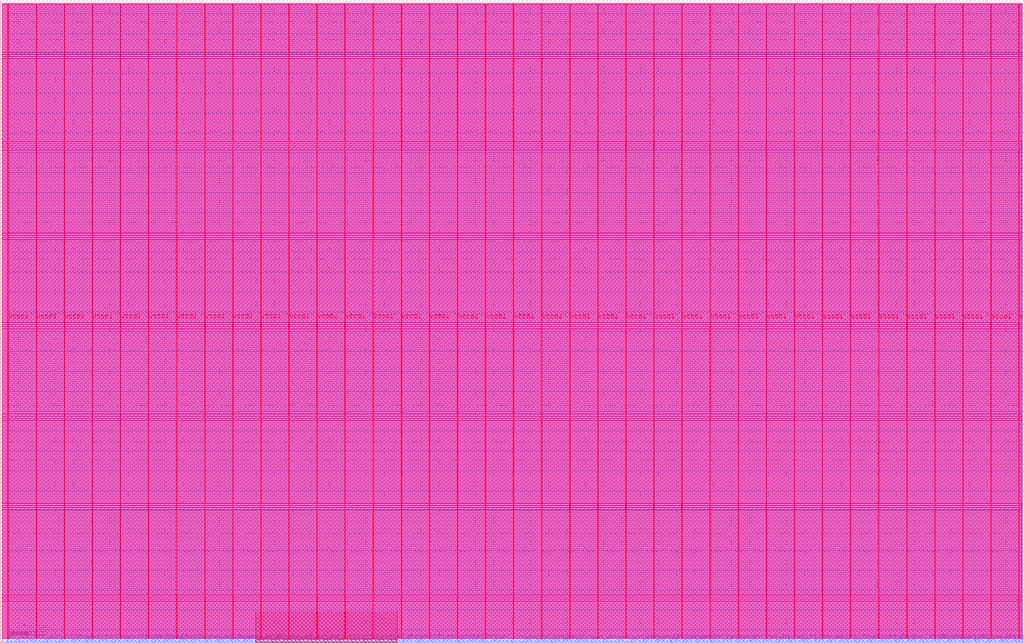
<source format=lef>
VERSION 5.7 ;
  NOWIREEXTENSIONATPIN ON ;
  DIVIDERCHAR "/" ;
  BUSBITCHARS "[]" ;
MACRO user_proj_mul32
  CLASS BLOCK ;
  FOREIGN user_proj_mul32 ;
  ORIGIN 0.000 0.000 ;
  SIZE 2800.000 BY 1760.000 ;
  PIN irq[0]
    PORT
      LAYER met2 ;
        RECT 1254.510 0.000 1254.790 4.000 ;
    END
  END irq[0]
  PIN irq[1]
    PORT
      LAYER met2 ;
        RECT 1290.850 0.000 1291.130 4.000 ;
    END
  END irq[1]
  PIN irq[2]
    PORT
      LAYER met2 ;
        RECT 1327.190 0.000 1327.470 4.000 ;
    END
  END irq[2]
  PIN vccd1
    PORT
      LAYER met4 ;
        RECT 21.040 10.640 22.640 1749.200 ;
    END
    PORT
      LAYER met4 ;
        RECT 174.640 10.640 176.240 1749.200 ;
    END
    PORT
      LAYER met4 ;
        RECT 328.240 10.640 329.840 1749.200 ;
    END
    PORT
      LAYER met4 ;
        RECT 481.840 10.640 483.440 1749.200 ;
    END
    PORT
      LAYER met4 ;
        RECT 635.440 10.640 637.040 1749.200 ;
    END
    PORT
      LAYER met4 ;
        RECT 789.040 10.640 790.640 1749.200 ;
    END
    PORT
      LAYER met4 ;
        RECT 942.640 10.640 944.240 1749.200 ;
    END
    PORT
      LAYER met4 ;
        RECT 1096.240 10.640 1097.840 1749.200 ;
    END
    PORT
      LAYER met4 ;
        RECT 1249.840 10.640 1251.440 1749.200 ;
    END
    PORT
      LAYER met4 ;
        RECT 1403.440 10.640 1405.040 1749.200 ;
    END
    PORT
      LAYER met4 ;
        RECT 1557.040 10.640 1558.640 1749.200 ;
    END
    PORT
      LAYER met4 ;
        RECT 1710.640 10.640 1712.240 1749.200 ;
    END
    PORT
      LAYER met4 ;
        RECT 1864.240 10.640 1865.840 1749.200 ;
    END
    PORT
      LAYER met4 ;
        RECT 2017.840 10.640 2019.440 1749.200 ;
    END
    PORT
      LAYER met4 ;
        RECT 2171.440 10.640 2173.040 1749.200 ;
    END
    PORT
      LAYER met4 ;
        RECT 2325.040 10.640 2326.640 1749.200 ;
    END
    PORT
      LAYER met4 ;
        RECT 2478.640 10.640 2480.240 1749.200 ;
    END
    PORT
      LAYER met4 ;
        RECT 2632.240 10.640 2633.840 1749.200 ;
    END
    PORT
      LAYER met4 ;
        RECT 2785.840 10.640 2787.440 1749.200 ;
    END
  END vccd1
  PIN vssd1
    PORT
      LAYER met4 ;
        RECT 97.840 10.640 99.440 1749.200 ;
    END
    PORT
      LAYER met4 ;
        RECT 251.440 10.640 253.040 1749.200 ;
    END
    PORT
      LAYER met4 ;
        RECT 405.040 10.640 406.640 1749.200 ;
    END
    PORT
      LAYER met4 ;
        RECT 558.640 10.640 560.240 1749.200 ;
    END
    PORT
      LAYER met4 ;
        RECT 712.240 10.640 713.840 1749.200 ;
    END
    PORT
      LAYER met4 ;
        RECT 865.840 10.640 867.440 1749.200 ;
    END
    PORT
      LAYER met4 ;
        RECT 1019.440 10.640 1021.040 1749.200 ;
    END
    PORT
      LAYER met4 ;
        RECT 1173.040 10.640 1174.640 1749.200 ;
    END
    PORT
      LAYER met4 ;
        RECT 1326.640 10.640 1328.240 1749.200 ;
    END
    PORT
      LAYER met4 ;
        RECT 1480.240 10.640 1481.840 1749.200 ;
    END
    PORT
      LAYER met4 ;
        RECT 1633.840 10.640 1635.440 1749.200 ;
    END
    PORT
      LAYER met4 ;
        RECT 1787.440 10.640 1789.040 1749.200 ;
    END
    PORT
      LAYER met4 ;
        RECT 1941.040 10.640 1942.640 1749.200 ;
    END
    PORT
      LAYER met4 ;
        RECT 2094.640 10.640 2096.240 1749.200 ;
    END
    PORT
      LAYER met4 ;
        RECT 2248.240 10.640 2249.840 1749.200 ;
    END
    PORT
      LAYER met4 ;
        RECT 2401.840 10.640 2403.440 1749.200 ;
    END
    PORT
      LAYER met4 ;
        RECT 2555.440 10.640 2557.040 1749.200 ;
    END
    PORT
      LAYER met4 ;
        RECT 2709.040 10.640 2710.640 1749.200 ;
    END
  END vssd1
  PIN wb_clk_i
    PORT
      LAYER met2 ;
        RECT 18.950 0.000 19.230 4.000 ;
    END
  END wb_clk_i
  PIN wb_rst_i
    PORT
      LAYER met2 ;
        RECT 55.290 0.000 55.570 4.000 ;
    END
  END wb_rst_i
  PIN wbs_ack_o
    PORT
      LAYER met2 ;
        RECT 1617.910 0.000 1618.190 4.000 ;
    END
  END wbs_ack_o
  PIN wbs_adr_i[0]
    PORT
      LAYER met2 ;
        RECT 1654.250 0.000 1654.530 4.000 ;
    END
  END wbs_adr_i[0]
  PIN wbs_adr_i[10]
    PORT
      LAYER met2 ;
        RECT 2017.650 0.000 2017.930 4.000 ;
    END
  END wbs_adr_i[10]
  PIN wbs_adr_i[11]
    PORT
      LAYER met2 ;
        RECT 2053.990 0.000 2054.270 4.000 ;
    END
  END wbs_adr_i[11]
  PIN wbs_adr_i[12]
    PORT
      LAYER met2 ;
        RECT 2090.330 0.000 2090.610 4.000 ;
    END
  END wbs_adr_i[12]
  PIN wbs_adr_i[13]
    PORT
      LAYER met2 ;
        RECT 2126.670 0.000 2126.950 4.000 ;
    END
  END wbs_adr_i[13]
  PIN wbs_adr_i[14]
    PORT
      LAYER met2 ;
        RECT 2163.010 0.000 2163.290 4.000 ;
    END
  END wbs_adr_i[14]
  PIN wbs_adr_i[15]
    PORT
      LAYER met2 ;
        RECT 2199.350 0.000 2199.630 4.000 ;
    END
  END wbs_adr_i[15]
  PIN wbs_adr_i[16]
    PORT
      LAYER met2 ;
        RECT 2235.690 0.000 2235.970 4.000 ;
    END
  END wbs_adr_i[16]
  PIN wbs_adr_i[17]
    PORT
      LAYER met2 ;
        RECT 2272.030 0.000 2272.310 4.000 ;
    END
  END wbs_adr_i[17]
  PIN wbs_adr_i[18]
    PORT
      LAYER met2 ;
        RECT 2308.370 0.000 2308.650 4.000 ;
    END
  END wbs_adr_i[18]
  PIN wbs_adr_i[19]
    PORT
      LAYER met2 ;
        RECT 2344.710 0.000 2344.990 4.000 ;
    END
  END wbs_adr_i[19]
  PIN wbs_adr_i[1]
    PORT
      LAYER met2 ;
        RECT 1690.590 0.000 1690.870 4.000 ;
    END
  END wbs_adr_i[1]
  PIN wbs_adr_i[20]
    PORT
      LAYER met2 ;
        RECT 2381.050 0.000 2381.330 4.000 ;
    END
  END wbs_adr_i[20]
  PIN wbs_adr_i[21]
    PORT
      LAYER met2 ;
        RECT 2417.390 0.000 2417.670 4.000 ;
    END
  END wbs_adr_i[21]
  PIN wbs_adr_i[22]
    PORT
      LAYER met2 ;
        RECT 2453.730 0.000 2454.010 4.000 ;
    END
  END wbs_adr_i[22]
  PIN wbs_adr_i[23]
    PORT
      LAYER met2 ;
        RECT 2490.070 0.000 2490.350 4.000 ;
    END
  END wbs_adr_i[23]
  PIN wbs_adr_i[24]
    PORT
      LAYER met2 ;
        RECT 2526.410 0.000 2526.690 4.000 ;
    END
  END wbs_adr_i[24]
  PIN wbs_adr_i[25]
    PORT
      LAYER met2 ;
        RECT 2562.750 0.000 2563.030 4.000 ;
    END
  END wbs_adr_i[25]
  PIN wbs_adr_i[26]
    PORT
      LAYER met2 ;
        RECT 2599.090 0.000 2599.370 4.000 ;
    END
  END wbs_adr_i[26]
  PIN wbs_adr_i[27]
    PORT
      LAYER met2 ;
        RECT 2635.430 0.000 2635.710 4.000 ;
    END
  END wbs_adr_i[27]
  PIN wbs_adr_i[28]
    PORT
      LAYER met2 ;
        RECT 2671.770 0.000 2672.050 4.000 ;
    END
  END wbs_adr_i[28]
  PIN wbs_adr_i[29]
    PORT
      LAYER met2 ;
        RECT 2708.110 0.000 2708.390 4.000 ;
    END
  END wbs_adr_i[29]
  PIN wbs_adr_i[2]
    PORT
      LAYER met2 ;
        RECT 1726.930 0.000 1727.210 4.000 ;
    END
  END wbs_adr_i[2]
  PIN wbs_adr_i[30]
    PORT
      LAYER met2 ;
        RECT 2744.450 0.000 2744.730 4.000 ;
    END
  END wbs_adr_i[30]
  PIN wbs_adr_i[31]
    PORT
      LAYER met2 ;
        RECT 2780.790 0.000 2781.070 4.000 ;
    END
  END wbs_adr_i[31]
  PIN wbs_adr_i[3]
    PORT
      LAYER met2 ;
        RECT 1763.270 0.000 1763.550 4.000 ;
    END
  END wbs_adr_i[3]
  PIN wbs_adr_i[4]
    PORT
      LAYER met2 ;
        RECT 1799.610 0.000 1799.890 4.000 ;
    END
  END wbs_adr_i[4]
  PIN wbs_adr_i[5]
    PORT
      LAYER met2 ;
        RECT 1835.950 0.000 1836.230 4.000 ;
    END
  END wbs_adr_i[5]
  PIN wbs_adr_i[6]
    PORT
      LAYER met2 ;
        RECT 1872.290 0.000 1872.570 4.000 ;
    END
  END wbs_adr_i[6]
  PIN wbs_adr_i[7]
    PORT
      LAYER met2 ;
        RECT 1908.630 0.000 1908.910 4.000 ;
    END
  END wbs_adr_i[7]
  PIN wbs_adr_i[8]
    PORT
      LAYER met2 ;
        RECT 1944.970 0.000 1945.250 4.000 ;
    END
  END wbs_adr_i[8]
  PIN wbs_adr_i[9]
    PORT
      LAYER met2 ;
        RECT 1981.310 0.000 1981.590 4.000 ;
    END
  END wbs_adr_i[9]
  PIN wbs_cyc_i
    PORT
      LAYER met2 ;
        RECT 1545.230 0.000 1545.510 4.000 ;
    END
  END wbs_cyc_i
  PIN wbs_dat_i[0]
    PORT
      LAYER met3 ;
        RECT 2796.000 35.400 2800.000 36.000 ;
    END
  END wbs_dat_i[0]
  PIN wbs_dat_i[10]
    PORT
      LAYER met3 ;
        RECT 2796.000 579.400 2800.000 580.000 ;
    END
  END wbs_dat_i[10]
  PIN wbs_dat_i[11]
    PORT
      LAYER met3 ;
        RECT 2796.000 633.800 2800.000 634.400 ;
    END
  END wbs_dat_i[11]
  PIN wbs_dat_i[12]
    PORT
      LAYER met3 ;
        RECT 2796.000 688.200 2800.000 688.800 ;
    END
  END wbs_dat_i[12]
  PIN wbs_dat_i[13]
    PORT
      LAYER met3 ;
        RECT 2796.000 742.600 2800.000 743.200 ;
    END
  END wbs_dat_i[13]
  PIN wbs_dat_i[14]
    PORT
      LAYER met3 ;
        RECT 2796.000 797.000 2800.000 797.600 ;
    END
  END wbs_dat_i[14]
  PIN wbs_dat_i[15]
    PORT
      LAYER met3 ;
        RECT 2796.000 851.400 2800.000 852.000 ;
    END
  END wbs_dat_i[15]
  PIN wbs_dat_i[16]
    PORT
      LAYER met3 ;
        RECT 2796.000 905.800 2800.000 906.400 ;
    END
  END wbs_dat_i[16]
  PIN wbs_dat_i[17]
    PORT
      LAYER met3 ;
        RECT 2796.000 960.200 2800.000 960.800 ;
    END
  END wbs_dat_i[17]
  PIN wbs_dat_i[18]
    PORT
      LAYER met3 ;
        RECT 2796.000 1014.600 2800.000 1015.200 ;
    END
  END wbs_dat_i[18]
  PIN wbs_dat_i[19]
    PORT
      LAYER met3 ;
        RECT 2796.000 1069.000 2800.000 1069.600 ;
    END
  END wbs_dat_i[19]
  PIN wbs_dat_i[1]
    PORT
      LAYER met3 ;
        RECT 2796.000 89.800 2800.000 90.400 ;
    END
  END wbs_dat_i[1]
  PIN wbs_dat_i[20]
    PORT
      LAYER met3 ;
        RECT 2796.000 1123.400 2800.000 1124.000 ;
    END
  END wbs_dat_i[20]
  PIN wbs_dat_i[21]
    PORT
      LAYER met3 ;
        RECT 2796.000 1177.800 2800.000 1178.400 ;
    END
  END wbs_dat_i[21]
  PIN wbs_dat_i[22]
    PORT
      LAYER met3 ;
        RECT 2796.000 1232.200 2800.000 1232.800 ;
    END
  END wbs_dat_i[22]
  PIN wbs_dat_i[23]
    PORT
      LAYER met3 ;
        RECT 2796.000 1286.600 2800.000 1287.200 ;
    END
  END wbs_dat_i[23]
  PIN wbs_dat_i[24]
    PORT
      LAYER met3 ;
        RECT 2796.000 1341.000 2800.000 1341.600 ;
    END
  END wbs_dat_i[24]
  PIN wbs_dat_i[25]
    PORT
      LAYER met3 ;
        RECT 2796.000 1395.400 2800.000 1396.000 ;
    END
  END wbs_dat_i[25]
  PIN wbs_dat_i[26]
    PORT
      LAYER met3 ;
        RECT 2796.000 1449.800 2800.000 1450.400 ;
    END
  END wbs_dat_i[26]
  PIN wbs_dat_i[27]
    PORT
      LAYER met3 ;
        RECT 2796.000 1504.200 2800.000 1504.800 ;
    END
  END wbs_dat_i[27]
  PIN wbs_dat_i[28]
    PORT
      LAYER met3 ;
        RECT 2796.000 1558.600 2800.000 1559.200 ;
    END
  END wbs_dat_i[28]
  PIN wbs_dat_i[29]
    PORT
      LAYER met3 ;
        RECT 2796.000 1613.000 2800.000 1613.600 ;
    END
  END wbs_dat_i[29]
  PIN wbs_dat_i[2]
    PORT
      LAYER met3 ;
        RECT 2796.000 144.200 2800.000 144.800 ;
    END
  END wbs_dat_i[2]
  PIN wbs_dat_i[30]
    PORT
      LAYER met3 ;
        RECT 2796.000 1667.400 2800.000 1668.000 ;
    END
  END wbs_dat_i[30]
  PIN wbs_dat_i[31]
    PORT
      LAYER met3 ;
        RECT 2796.000 1721.800 2800.000 1722.400 ;
    END
  END wbs_dat_i[31]
  PIN wbs_dat_i[3]
    PORT
      LAYER met3 ;
        RECT 2796.000 198.600 2800.000 199.200 ;
    END
  END wbs_dat_i[3]
  PIN wbs_dat_i[4]
    PORT
      LAYER met3 ;
        RECT 2796.000 253.000 2800.000 253.600 ;
    END
  END wbs_dat_i[4]
  PIN wbs_dat_i[5]
    PORT
      LAYER met3 ;
        RECT 2796.000 307.400 2800.000 308.000 ;
    END
  END wbs_dat_i[5]
  PIN wbs_dat_i[6]
    PORT
      LAYER met3 ;
        RECT 2796.000 361.800 2800.000 362.400 ;
    END
  END wbs_dat_i[6]
  PIN wbs_dat_i[7]
    PORT
      LAYER met3 ;
        RECT 2796.000 416.200 2800.000 416.800 ;
    END
  END wbs_dat_i[7]
  PIN wbs_dat_i[8]
    PORT
      LAYER met3 ;
        RECT 2796.000 470.600 2800.000 471.200 ;
    END
  END wbs_dat_i[8]
  PIN wbs_dat_i[9]
    PORT
      LAYER met3 ;
        RECT 2796.000 525.000 2800.000 525.600 ;
    END
  END wbs_dat_i[9]
  PIN wbs_dat_o[0]
    PORT
      LAYER met2 ;
        RECT 91.630 0.000 91.910 4.000 ;
    END
  END wbs_dat_o[0]
  PIN wbs_dat_o[10]
    PORT
      LAYER met2 ;
        RECT 455.030 0.000 455.310 4.000 ;
    END
  END wbs_dat_o[10]
  PIN wbs_dat_o[11]
    PORT
      LAYER met2 ;
        RECT 491.370 0.000 491.650 4.000 ;
    END
  END wbs_dat_o[11]
  PIN wbs_dat_o[12]
    PORT
      LAYER met2 ;
        RECT 527.710 0.000 527.990 4.000 ;
    END
  END wbs_dat_o[12]
  PIN wbs_dat_o[13]
    PORT
      LAYER met2 ;
        RECT 564.050 0.000 564.330 4.000 ;
    END
  END wbs_dat_o[13]
  PIN wbs_dat_o[14]
    PORT
      LAYER met2 ;
        RECT 600.390 0.000 600.670 4.000 ;
    END
  END wbs_dat_o[14]
  PIN wbs_dat_o[15]
    PORT
      LAYER met2 ;
        RECT 636.730 0.000 637.010 4.000 ;
    END
  END wbs_dat_o[15]
  PIN wbs_dat_o[16]
    PORT
      LAYER met2 ;
        RECT 673.070 0.000 673.350 4.000 ;
    END
  END wbs_dat_o[16]
  PIN wbs_dat_o[17]
    PORT
      LAYER met2 ;
        RECT 709.410 0.000 709.690 4.000 ;
    END
  END wbs_dat_o[17]
  PIN wbs_dat_o[18]
    PORT
      LAYER met2 ;
        RECT 745.750 0.000 746.030 4.000 ;
    END
  END wbs_dat_o[18]
  PIN wbs_dat_o[19]
    PORT
      LAYER met2 ;
        RECT 782.090 0.000 782.370 4.000 ;
    END
  END wbs_dat_o[19]
  PIN wbs_dat_o[1]
    PORT
      LAYER met2 ;
        RECT 127.970 0.000 128.250 4.000 ;
    END
  END wbs_dat_o[1]
  PIN wbs_dat_o[20]
    PORT
      LAYER met2 ;
        RECT 818.430 0.000 818.710 4.000 ;
    END
  END wbs_dat_o[20]
  PIN wbs_dat_o[21]
    PORT
      LAYER met2 ;
        RECT 854.770 0.000 855.050 4.000 ;
    END
  END wbs_dat_o[21]
  PIN wbs_dat_o[22]
    PORT
      LAYER met2 ;
        RECT 891.110 0.000 891.390 4.000 ;
    END
  END wbs_dat_o[22]
  PIN wbs_dat_o[23]
    PORT
      LAYER met2 ;
        RECT 927.450 0.000 927.730 4.000 ;
    END
  END wbs_dat_o[23]
  PIN wbs_dat_o[24]
    PORT
      LAYER met2 ;
        RECT 963.790 0.000 964.070 4.000 ;
    END
  END wbs_dat_o[24]
  PIN wbs_dat_o[25]
    PORT
      LAYER met2 ;
        RECT 1000.130 0.000 1000.410 4.000 ;
    END
  END wbs_dat_o[25]
  PIN wbs_dat_o[26]
    PORT
      LAYER met2 ;
        RECT 1036.470 0.000 1036.750 4.000 ;
    END
  END wbs_dat_o[26]
  PIN wbs_dat_o[27]
    PORT
      LAYER met2 ;
        RECT 1072.810 0.000 1073.090 4.000 ;
    END
  END wbs_dat_o[27]
  PIN wbs_dat_o[28]
    PORT
      LAYER met2 ;
        RECT 1109.150 0.000 1109.430 4.000 ;
    END
  END wbs_dat_o[28]
  PIN wbs_dat_o[29]
    PORT
      LAYER met2 ;
        RECT 1145.490 0.000 1145.770 4.000 ;
    END
  END wbs_dat_o[29]
  PIN wbs_dat_o[2]
    PORT
      LAYER met2 ;
        RECT 164.310 0.000 164.590 4.000 ;
    END
  END wbs_dat_o[2]
  PIN wbs_dat_o[30]
    PORT
      LAYER met2 ;
        RECT 1181.830 0.000 1182.110 4.000 ;
    END
  END wbs_dat_o[30]
  PIN wbs_dat_o[31]
    PORT
      LAYER met2 ;
        RECT 1218.170 0.000 1218.450 4.000 ;
    END
  END wbs_dat_o[31]
  PIN wbs_dat_o[3]
    PORT
      LAYER met2 ;
        RECT 200.650 0.000 200.930 4.000 ;
    END
  END wbs_dat_o[3]
  PIN wbs_dat_o[4]
    PORT
      LAYER met2 ;
        RECT 236.990 0.000 237.270 4.000 ;
    END
  END wbs_dat_o[4]
  PIN wbs_dat_o[5]
    PORT
      LAYER met2 ;
        RECT 273.330 0.000 273.610 4.000 ;
    END
  END wbs_dat_o[5]
  PIN wbs_dat_o[6]
    PORT
      LAYER met2 ;
        RECT 309.670 0.000 309.950 4.000 ;
    END
  END wbs_dat_o[6]
  PIN wbs_dat_o[7]
    PORT
      LAYER met2 ;
        RECT 346.010 0.000 346.290 4.000 ;
    END
  END wbs_dat_o[7]
  PIN wbs_dat_o[8]
    PORT
      LAYER met2 ;
        RECT 382.350 0.000 382.630 4.000 ;
    END
  END wbs_dat_o[8]
  PIN wbs_dat_o[9]
    PORT
      LAYER met2 ;
        RECT 418.690 0.000 418.970 4.000 ;
    END
  END wbs_dat_o[9]
  PIN wbs_sel_i[0]
    PORT
      LAYER met2 ;
        RECT 1363.530 0.000 1363.810 4.000 ;
    END
  END wbs_sel_i[0]
  PIN wbs_sel_i[1]
    PORT
      LAYER met2 ;
        RECT 1399.870 0.000 1400.150 4.000 ;
    END
  END wbs_sel_i[1]
  PIN wbs_sel_i[2]
    PORT
      LAYER met2 ;
        RECT 1436.210 0.000 1436.490 4.000 ;
    END
  END wbs_sel_i[2]
  PIN wbs_sel_i[3]
    PORT
      LAYER met2 ;
        RECT 1472.550 0.000 1472.830 4.000 ;
    END
  END wbs_sel_i[3]
  PIN wbs_stb_i
    PORT
      LAYER met2 ;
        RECT 1508.890 0.000 1509.170 4.000 ;
    END
  END wbs_stb_i
  PIN wbs_we_i
    PORT
      LAYER met2 ;
        RECT 1581.570 0.000 1581.850 4.000 ;
    END
  END wbs_we_i
  OBS
      LAYER nwell ;
        RECT 5.330 1747.545 2794.230 1749.150 ;
        RECT 5.330 1742.105 2794.230 1744.935 ;
        RECT 5.330 1736.665 2794.230 1739.495 ;
        RECT 5.330 1731.225 2794.230 1734.055 ;
        RECT 5.330 1725.785 2794.230 1728.615 ;
        RECT 5.330 1720.345 2794.230 1723.175 ;
        RECT 5.330 1714.905 2794.230 1717.735 ;
        RECT 5.330 1709.465 2794.230 1712.295 ;
        RECT 5.330 1704.025 2794.230 1706.855 ;
        RECT 5.330 1698.585 2794.230 1701.415 ;
        RECT 5.330 1693.145 2794.230 1695.975 ;
        RECT 5.330 1687.705 2794.230 1690.535 ;
        RECT 5.330 1682.265 2794.230 1685.095 ;
        RECT 5.330 1676.825 2794.230 1679.655 ;
        RECT 5.330 1671.385 2794.230 1674.215 ;
        RECT 5.330 1665.945 2794.230 1668.775 ;
        RECT 5.330 1660.505 2794.230 1663.335 ;
        RECT 5.330 1655.065 2794.230 1657.895 ;
        RECT 5.330 1649.625 2794.230 1652.455 ;
        RECT 5.330 1644.185 2794.230 1647.015 ;
        RECT 5.330 1638.745 2794.230 1641.575 ;
        RECT 5.330 1633.305 2794.230 1636.135 ;
        RECT 5.330 1627.865 2794.230 1630.695 ;
        RECT 5.330 1622.425 2794.230 1625.255 ;
        RECT 5.330 1616.985 2794.230 1619.815 ;
        RECT 5.330 1611.545 2794.230 1614.375 ;
        RECT 5.330 1606.105 2794.230 1608.935 ;
        RECT 5.330 1600.665 2794.230 1603.495 ;
        RECT 5.330 1595.225 2794.230 1598.055 ;
        RECT 5.330 1589.785 2794.230 1592.615 ;
        RECT 5.330 1584.345 2794.230 1587.175 ;
        RECT 5.330 1578.905 2794.230 1581.735 ;
        RECT 5.330 1573.465 2794.230 1576.295 ;
        RECT 5.330 1568.025 2794.230 1570.855 ;
        RECT 5.330 1562.585 2794.230 1565.415 ;
        RECT 5.330 1557.145 2794.230 1559.975 ;
        RECT 5.330 1551.705 2794.230 1554.535 ;
        RECT 5.330 1546.265 2794.230 1549.095 ;
        RECT 5.330 1540.825 2794.230 1543.655 ;
        RECT 5.330 1535.385 2794.230 1538.215 ;
        RECT 5.330 1529.945 2794.230 1532.775 ;
        RECT 5.330 1524.505 2794.230 1527.335 ;
        RECT 5.330 1519.065 2794.230 1521.895 ;
        RECT 5.330 1513.625 2794.230 1516.455 ;
        RECT 5.330 1508.185 2794.230 1511.015 ;
        RECT 5.330 1502.745 2794.230 1505.575 ;
        RECT 5.330 1497.305 2794.230 1500.135 ;
        RECT 5.330 1491.865 2794.230 1494.695 ;
        RECT 5.330 1486.425 2794.230 1489.255 ;
        RECT 5.330 1480.985 2794.230 1483.815 ;
        RECT 5.330 1475.545 2794.230 1478.375 ;
        RECT 5.330 1470.105 2794.230 1472.935 ;
        RECT 5.330 1464.665 2794.230 1467.495 ;
        RECT 5.330 1459.225 2794.230 1462.055 ;
        RECT 5.330 1453.785 2794.230 1456.615 ;
        RECT 5.330 1448.345 2794.230 1451.175 ;
        RECT 5.330 1442.905 2794.230 1445.735 ;
        RECT 5.330 1437.465 2794.230 1440.295 ;
        RECT 5.330 1432.025 2794.230 1434.855 ;
        RECT 5.330 1426.585 2794.230 1429.415 ;
        RECT 5.330 1421.145 2794.230 1423.975 ;
        RECT 5.330 1415.705 2794.230 1418.535 ;
        RECT 5.330 1410.265 2794.230 1413.095 ;
        RECT 5.330 1404.825 2794.230 1407.655 ;
        RECT 5.330 1399.385 2794.230 1402.215 ;
        RECT 5.330 1393.945 2794.230 1396.775 ;
        RECT 5.330 1388.505 2794.230 1391.335 ;
        RECT 5.330 1383.065 2794.230 1385.895 ;
        RECT 5.330 1377.625 2794.230 1380.455 ;
        RECT 5.330 1372.185 2794.230 1375.015 ;
        RECT 5.330 1366.745 2794.230 1369.575 ;
        RECT 5.330 1361.305 2794.230 1364.135 ;
        RECT 5.330 1355.865 2794.230 1358.695 ;
        RECT 5.330 1350.425 2794.230 1353.255 ;
        RECT 5.330 1344.985 2794.230 1347.815 ;
        RECT 5.330 1339.545 2794.230 1342.375 ;
        RECT 5.330 1334.105 2794.230 1336.935 ;
        RECT 5.330 1328.665 2794.230 1331.495 ;
        RECT 5.330 1323.225 2794.230 1326.055 ;
        RECT 5.330 1317.785 2794.230 1320.615 ;
        RECT 5.330 1312.345 2794.230 1315.175 ;
        RECT 5.330 1306.905 2794.230 1309.735 ;
        RECT 5.330 1301.465 2794.230 1304.295 ;
        RECT 5.330 1296.025 2794.230 1298.855 ;
        RECT 5.330 1290.585 2794.230 1293.415 ;
        RECT 5.330 1285.145 2794.230 1287.975 ;
        RECT 5.330 1279.705 2794.230 1282.535 ;
        RECT 5.330 1274.265 2794.230 1277.095 ;
        RECT 5.330 1268.825 2794.230 1271.655 ;
        RECT 5.330 1263.385 2794.230 1266.215 ;
        RECT 5.330 1257.945 2794.230 1260.775 ;
        RECT 5.330 1252.505 2794.230 1255.335 ;
        RECT 5.330 1247.065 2794.230 1249.895 ;
        RECT 5.330 1241.625 2794.230 1244.455 ;
        RECT 5.330 1236.185 2794.230 1239.015 ;
        RECT 5.330 1230.745 2794.230 1233.575 ;
        RECT 5.330 1225.305 2794.230 1228.135 ;
        RECT 5.330 1219.865 2794.230 1222.695 ;
        RECT 5.330 1214.425 2794.230 1217.255 ;
        RECT 5.330 1208.985 2794.230 1211.815 ;
        RECT 5.330 1203.545 2794.230 1206.375 ;
        RECT 5.330 1198.105 2794.230 1200.935 ;
        RECT 5.330 1192.665 2794.230 1195.495 ;
        RECT 5.330 1187.225 2794.230 1190.055 ;
        RECT 5.330 1181.785 2794.230 1184.615 ;
        RECT 5.330 1176.345 2794.230 1179.175 ;
        RECT 5.330 1170.905 2794.230 1173.735 ;
        RECT 5.330 1165.465 2794.230 1168.295 ;
        RECT 5.330 1160.025 2794.230 1162.855 ;
        RECT 5.330 1154.585 2794.230 1157.415 ;
        RECT 5.330 1149.145 2794.230 1151.975 ;
        RECT 5.330 1143.705 2794.230 1146.535 ;
        RECT 5.330 1138.265 2794.230 1141.095 ;
        RECT 5.330 1132.825 2794.230 1135.655 ;
        RECT 5.330 1127.385 2794.230 1130.215 ;
        RECT 5.330 1121.945 2794.230 1124.775 ;
        RECT 5.330 1116.505 2794.230 1119.335 ;
        RECT 5.330 1111.065 2794.230 1113.895 ;
        RECT 5.330 1105.625 2794.230 1108.455 ;
        RECT 5.330 1100.185 2794.230 1103.015 ;
        RECT 5.330 1094.745 2794.230 1097.575 ;
        RECT 5.330 1089.305 2794.230 1092.135 ;
        RECT 5.330 1083.865 2794.230 1086.695 ;
        RECT 5.330 1078.425 2794.230 1081.255 ;
        RECT 5.330 1072.985 2794.230 1075.815 ;
        RECT 5.330 1067.545 2794.230 1070.375 ;
        RECT 5.330 1062.105 2794.230 1064.935 ;
        RECT 5.330 1056.665 2794.230 1059.495 ;
        RECT 5.330 1051.225 2794.230 1054.055 ;
        RECT 5.330 1045.785 2794.230 1048.615 ;
        RECT 5.330 1040.345 2794.230 1043.175 ;
        RECT 5.330 1034.905 2794.230 1037.735 ;
        RECT 5.330 1029.465 2794.230 1032.295 ;
        RECT 5.330 1024.025 2794.230 1026.855 ;
        RECT 5.330 1018.585 2794.230 1021.415 ;
        RECT 5.330 1013.145 2794.230 1015.975 ;
        RECT 5.330 1007.705 2794.230 1010.535 ;
        RECT 5.330 1002.265 2794.230 1005.095 ;
        RECT 5.330 996.825 2794.230 999.655 ;
        RECT 5.330 991.385 2794.230 994.215 ;
        RECT 5.330 985.945 2794.230 988.775 ;
        RECT 5.330 980.505 2794.230 983.335 ;
        RECT 5.330 975.065 2794.230 977.895 ;
        RECT 5.330 969.625 2794.230 972.455 ;
        RECT 5.330 964.185 2794.230 967.015 ;
        RECT 5.330 958.745 2794.230 961.575 ;
        RECT 5.330 953.305 2794.230 956.135 ;
        RECT 5.330 947.865 2794.230 950.695 ;
        RECT 5.330 942.425 2794.230 945.255 ;
        RECT 5.330 936.985 2794.230 939.815 ;
        RECT 5.330 931.545 2794.230 934.375 ;
        RECT 5.330 926.105 2794.230 928.935 ;
        RECT 5.330 920.665 2794.230 923.495 ;
        RECT 5.330 915.225 2794.230 918.055 ;
        RECT 5.330 909.785 2794.230 912.615 ;
        RECT 5.330 904.345 2794.230 907.175 ;
        RECT 5.330 898.905 2794.230 901.735 ;
        RECT 5.330 893.465 2794.230 896.295 ;
        RECT 5.330 888.025 2794.230 890.855 ;
        RECT 5.330 882.585 2794.230 885.415 ;
        RECT 5.330 877.145 2794.230 879.975 ;
        RECT 5.330 871.705 2794.230 874.535 ;
        RECT 5.330 866.265 2794.230 869.095 ;
        RECT 5.330 860.825 2794.230 863.655 ;
        RECT 5.330 855.385 2794.230 858.215 ;
        RECT 5.330 849.945 2794.230 852.775 ;
        RECT 5.330 844.505 2794.230 847.335 ;
        RECT 5.330 839.065 2794.230 841.895 ;
        RECT 5.330 833.625 2794.230 836.455 ;
        RECT 5.330 828.185 2794.230 831.015 ;
        RECT 5.330 822.745 2794.230 825.575 ;
        RECT 5.330 817.305 2794.230 820.135 ;
        RECT 5.330 811.865 2794.230 814.695 ;
        RECT 5.330 806.425 2794.230 809.255 ;
        RECT 5.330 800.985 2794.230 803.815 ;
        RECT 5.330 795.545 2794.230 798.375 ;
        RECT 5.330 790.105 2794.230 792.935 ;
        RECT 5.330 784.665 2794.230 787.495 ;
        RECT 5.330 779.225 2794.230 782.055 ;
        RECT 5.330 773.785 2794.230 776.615 ;
        RECT 5.330 768.345 2794.230 771.175 ;
        RECT 5.330 762.905 2794.230 765.735 ;
        RECT 5.330 757.465 2794.230 760.295 ;
        RECT 5.330 752.025 2794.230 754.855 ;
        RECT 5.330 746.585 2794.230 749.415 ;
        RECT 5.330 741.145 2794.230 743.975 ;
        RECT 5.330 735.705 2794.230 738.535 ;
        RECT 5.330 730.265 2794.230 733.095 ;
        RECT 5.330 724.825 2794.230 727.655 ;
        RECT 5.330 719.385 2794.230 722.215 ;
        RECT 5.330 713.945 2794.230 716.775 ;
        RECT 5.330 708.505 2794.230 711.335 ;
        RECT 5.330 703.065 2794.230 705.895 ;
        RECT 5.330 697.625 2794.230 700.455 ;
        RECT 5.330 692.185 2794.230 695.015 ;
        RECT 5.330 686.745 2794.230 689.575 ;
        RECT 5.330 681.305 2794.230 684.135 ;
        RECT 5.330 675.865 2794.230 678.695 ;
        RECT 5.330 670.425 2794.230 673.255 ;
        RECT 5.330 664.985 2794.230 667.815 ;
        RECT 5.330 659.545 2794.230 662.375 ;
        RECT 5.330 654.105 2794.230 656.935 ;
        RECT 5.330 648.665 2794.230 651.495 ;
        RECT 5.330 643.225 2794.230 646.055 ;
        RECT 5.330 637.785 2794.230 640.615 ;
        RECT 5.330 632.345 2794.230 635.175 ;
        RECT 5.330 626.905 2794.230 629.735 ;
        RECT 5.330 621.465 2794.230 624.295 ;
        RECT 5.330 616.025 2794.230 618.855 ;
        RECT 5.330 610.585 2794.230 613.415 ;
        RECT 5.330 605.145 2794.230 607.975 ;
        RECT 5.330 599.705 2794.230 602.535 ;
        RECT 5.330 594.265 2794.230 597.095 ;
        RECT 5.330 588.825 2794.230 591.655 ;
        RECT 5.330 583.385 2794.230 586.215 ;
        RECT 5.330 577.945 2794.230 580.775 ;
        RECT 5.330 572.505 2794.230 575.335 ;
        RECT 5.330 567.065 2794.230 569.895 ;
        RECT 5.330 561.625 2794.230 564.455 ;
        RECT 5.330 556.185 2794.230 559.015 ;
        RECT 5.330 550.745 2794.230 553.575 ;
        RECT 5.330 545.305 2794.230 548.135 ;
        RECT 5.330 539.865 2794.230 542.695 ;
        RECT 5.330 534.425 2794.230 537.255 ;
        RECT 5.330 528.985 2794.230 531.815 ;
        RECT 5.330 523.545 2794.230 526.375 ;
        RECT 5.330 518.105 2794.230 520.935 ;
        RECT 5.330 512.665 2794.230 515.495 ;
        RECT 5.330 507.225 2794.230 510.055 ;
        RECT 5.330 501.785 2794.230 504.615 ;
        RECT 5.330 496.345 2794.230 499.175 ;
        RECT 5.330 490.905 2794.230 493.735 ;
        RECT 5.330 485.465 2794.230 488.295 ;
        RECT 5.330 480.025 2794.230 482.855 ;
        RECT 5.330 474.585 2794.230 477.415 ;
        RECT 5.330 469.145 2794.230 471.975 ;
        RECT 5.330 463.705 2794.230 466.535 ;
        RECT 5.330 458.265 2794.230 461.095 ;
        RECT 5.330 452.825 2794.230 455.655 ;
        RECT 5.330 447.385 2794.230 450.215 ;
        RECT 5.330 441.945 2794.230 444.775 ;
        RECT 5.330 436.505 2794.230 439.335 ;
        RECT 5.330 431.065 2794.230 433.895 ;
        RECT 5.330 425.625 2794.230 428.455 ;
        RECT 5.330 420.185 2794.230 423.015 ;
        RECT 5.330 414.745 2794.230 417.575 ;
        RECT 5.330 409.305 2794.230 412.135 ;
        RECT 5.330 403.865 2794.230 406.695 ;
        RECT 5.330 398.425 2794.230 401.255 ;
        RECT 5.330 392.985 2794.230 395.815 ;
        RECT 5.330 387.545 2794.230 390.375 ;
        RECT 5.330 382.105 2794.230 384.935 ;
        RECT 5.330 376.665 2794.230 379.495 ;
        RECT 5.330 371.225 2794.230 374.055 ;
        RECT 5.330 365.785 2794.230 368.615 ;
        RECT 5.330 360.345 2794.230 363.175 ;
        RECT 5.330 354.905 2794.230 357.735 ;
        RECT 5.330 349.465 2794.230 352.295 ;
        RECT 5.330 344.025 2794.230 346.855 ;
        RECT 5.330 338.585 2794.230 341.415 ;
        RECT 5.330 333.145 2794.230 335.975 ;
        RECT 5.330 327.705 2794.230 330.535 ;
        RECT 5.330 322.265 2794.230 325.095 ;
        RECT 5.330 316.825 2794.230 319.655 ;
        RECT 5.330 311.385 2794.230 314.215 ;
        RECT 5.330 305.945 2794.230 308.775 ;
        RECT 5.330 300.505 2794.230 303.335 ;
        RECT 5.330 295.065 2794.230 297.895 ;
        RECT 5.330 289.625 2794.230 292.455 ;
        RECT 5.330 284.185 2794.230 287.015 ;
        RECT 5.330 278.745 2794.230 281.575 ;
        RECT 5.330 273.305 2794.230 276.135 ;
        RECT 5.330 267.865 2794.230 270.695 ;
        RECT 5.330 262.425 2794.230 265.255 ;
        RECT 5.330 256.985 2794.230 259.815 ;
        RECT 5.330 251.545 2794.230 254.375 ;
        RECT 5.330 246.105 2794.230 248.935 ;
        RECT 5.330 240.665 2794.230 243.495 ;
        RECT 5.330 235.225 2794.230 238.055 ;
        RECT 5.330 229.785 2794.230 232.615 ;
        RECT 5.330 224.345 2794.230 227.175 ;
        RECT 5.330 218.905 2794.230 221.735 ;
        RECT 5.330 213.465 2794.230 216.295 ;
        RECT 5.330 208.025 2794.230 210.855 ;
        RECT 5.330 202.585 2794.230 205.415 ;
        RECT 5.330 197.145 2794.230 199.975 ;
        RECT 5.330 191.705 2794.230 194.535 ;
        RECT 5.330 186.265 2794.230 189.095 ;
        RECT 5.330 180.825 2794.230 183.655 ;
        RECT 5.330 175.385 2794.230 178.215 ;
        RECT 5.330 169.945 2794.230 172.775 ;
        RECT 5.330 164.505 2794.230 167.335 ;
        RECT 5.330 159.065 2794.230 161.895 ;
        RECT 5.330 153.625 2794.230 156.455 ;
        RECT 5.330 148.185 2794.230 151.015 ;
        RECT 5.330 142.745 2794.230 145.575 ;
        RECT 5.330 137.305 2794.230 140.135 ;
        RECT 5.330 131.865 2794.230 134.695 ;
        RECT 5.330 126.425 2794.230 129.255 ;
        RECT 5.330 120.985 2794.230 123.815 ;
        RECT 5.330 115.545 2794.230 118.375 ;
        RECT 5.330 110.105 2794.230 112.935 ;
        RECT 5.330 104.665 2794.230 107.495 ;
        RECT 5.330 99.225 2794.230 102.055 ;
        RECT 5.330 93.785 2794.230 96.615 ;
        RECT 5.330 88.345 2794.230 91.175 ;
        RECT 5.330 82.905 2794.230 85.735 ;
        RECT 5.330 77.465 2794.230 80.295 ;
        RECT 5.330 72.025 2794.230 74.855 ;
        RECT 5.330 66.585 2794.230 69.415 ;
        RECT 5.330 61.145 2794.230 63.975 ;
        RECT 5.330 55.705 2794.230 58.535 ;
        RECT 5.330 50.265 2794.230 53.095 ;
        RECT 5.330 44.825 2794.230 47.655 ;
        RECT 5.330 39.385 2794.230 42.215 ;
        RECT 5.330 33.945 2794.230 36.775 ;
        RECT 5.330 28.505 2794.230 31.335 ;
        RECT 5.330 23.065 2794.230 25.895 ;
        RECT 5.330 17.625 2794.230 20.455 ;
        RECT 5.330 12.185 2794.230 15.015 ;
      LAYER li1 ;
        RECT 5.520 10.795 2794.040 1749.045 ;
      LAYER met1 ;
        RECT 5.520 0.040 2795.350 1749.200 ;
      LAYER met2 ;
        RECT 18.960 4.280 2795.330 1749.145 ;
        RECT 19.510 0.010 55.010 4.280 ;
        RECT 55.850 0.010 91.350 4.280 ;
        RECT 92.190 0.010 127.690 4.280 ;
        RECT 128.530 0.010 164.030 4.280 ;
        RECT 164.870 0.010 200.370 4.280 ;
        RECT 201.210 0.010 236.710 4.280 ;
        RECT 237.550 0.010 273.050 4.280 ;
        RECT 273.890 0.010 309.390 4.280 ;
        RECT 310.230 0.010 345.730 4.280 ;
        RECT 346.570 0.010 382.070 4.280 ;
        RECT 382.910 0.010 418.410 4.280 ;
        RECT 419.250 0.010 454.750 4.280 ;
        RECT 455.590 0.010 491.090 4.280 ;
        RECT 491.930 0.010 527.430 4.280 ;
        RECT 528.270 0.010 563.770 4.280 ;
        RECT 564.610 0.010 600.110 4.280 ;
        RECT 600.950 0.010 636.450 4.280 ;
        RECT 637.290 0.010 672.790 4.280 ;
        RECT 673.630 0.010 709.130 4.280 ;
        RECT 709.970 0.010 745.470 4.280 ;
        RECT 746.310 0.010 781.810 4.280 ;
        RECT 782.650 0.010 818.150 4.280 ;
        RECT 818.990 0.010 854.490 4.280 ;
        RECT 855.330 0.010 890.830 4.280 ;
        RECT 891.670 0.010 927.170 4.280 ;
        RECT 928.010 0.010 963.510 4.280 ;
        RECT 964.350 0.010 999.850 4.280 ;
        RECT 1000.690 0.010 1036.190 4.280 ;
        RECT 1037.030 0.010 1072.530 4.280 ;
        RECT 1073.370 0.010 1108.870 4.280 ;
        RECT 1109.710 0.010 1145.210 4.280 ;
        RECT 1146.050 0.010 1181.550 4.280 ;
        RECT 1182.390 0.010 1217.890 4.280 ;
        RECT 1218.730 0.010 1254.230 4.280 ;
        RECT 1255.070 0.010 1290.570 4.280 ;
        RECT 1291.410 0.010 1326.910 4.280 ;
        RECT 1327.750 0.010 1363.250 4.280 ;
        RECT 1364.090 0.010 1399.590 4.280 ;
        RECT 1400.430 0.010 1435.930 4.280 ;
        RECT 1436.770 0.010 1472.270 4.280 ;
        RECT 1473.110 0.010 1508.610 4.280 ;
        RECT 1509.450 0.010 1544.950 4.280 ;
        RECT 1545.790 0.010 1581.290 4.280 ;
        RECT 1582.130 0.010 1617.630 4.280 ;
        RECT 1618.470 0.010 1653.970 4.280 ;
        RECT 1654.810 0.010 1690.310 4.280 ;
        RECT 1691.150 0.010 1726.650 4.280 ;
        RECT 1727.490 0.010 1762.990 4.280 ;
        RECT 1763.830 0.010 1799.330 4.280 ;
        RECT 1800.170 0.010 1835.670 4.280 ;
        RECT 1836.510 0.010 1872.010 4.280 ;
        RECT 1872.850 0.010 1908.350 4.280 ;
        RECT 1909.190 0.010 1944.690 4.280 ;
        RECT 1945.530 0.010 1981.030 4.280 ;
        RECT 1981.870 0.010 2017.370 4.280 ;
        RECT 2018.210 0.010 2053.710 4.280 ;
        RECT 2054.550 0.010 2090.050 4.280 ;
        RECT 2090.890 0.010 2126.390 4.280 ;
        RECT 2127.230 0.010 2162.730 4.280 ;
        RECT 2163.570 0.010 2199.070 4.280 ;
        RECT 2199.910 0.010 2235.410 4.280 ;
        RECT 2236.250 0.010 2271.750 4.280 ;
        RECT 2272.590 0.010 2308.090 4.280 ;
        RECT 2308.930 0.010 2344.430 4.280 ;
        RECT 2345.270 0.010 2380.770 4.280 ;
        RECT 2381.610 0.010 2417.110 4.280 ;
        RECT 2417.950 0.010 2453.450 4.280 ;
        RECT 2454.290 0.010 2489.790 4.280 ;
        RECT 2490.630 0.010 2526.130 4.280 ;
        RECT 2526.970 0.010 2562.470 4.280 ;
        RECT 2563.310 0.010 2598.810 4.280 ;
        RECT 2599.650 0.010 2635.150 4.280 ;
        RECT 2635.990 0.010 2671.490 4.280 ;
        RECT 2672.330 0.010 2707.830 4.280 ;
        RECT 2708.670 0.010 2744.170 4.280 ;
        RECT 2745.010 0.010 2780.510 4.280 ;
        RECT 2781.350 0.010 2795.330 4.280 ;
      LAYER met3 ;
        RECT 21.050 1722.800 2796.000 1749.125 ;
        RECT 21.050 1721.400 2795.600 1722.800 ;
        RECT 21.050 1668.400 2796.000 1721.400 ;
        RECT 21.050 1667.000 2795.600 1668.400 ;
        RECT 21.050 1614.000 2796.000 1667.000 ;
        RECT 21.050 1612.600 2795.600 1614.000 ;
        RECT 21.050 1559.600 2796.000 1612.600 ;
        RECT 21.050 1558.200 2795.600 1559.600 ;
        RECT 21.050 1505.200 2796.000 1558.200 ;
        RECT 21.050 1503.800 2795.600 1505.200 ;
        RECT 21.050 1450.800 2796.000 1503.800 ;
        RECT 21.050 1449.400 2795.600 1450.800 ;
        RECT 21.050 1396.400 2796.000 1449.400 ;
        RECT 21.050 1395.000 2795.600 1396.400 ;
        RECT 21.050 1342.000 2796.000 1395.000 ;
        RECT 21.050 1340.600 2795.600 1342.000 ;
        RECT 21.050 1287.600 2796.000 1340.600 ;
        RECT 21.050 1286.200 2795.600 1287.600 ;
        RECT 21.050 1233.200 2796.000 1286.200 ;
        RECT 21.050 1231.800 2795.600 1233.200 ;
        RECT 21.050 1178.800 2796.000 1231.800 ;
        RECT 21.050 1177.400 2795.600 1178.800 ;
        RECT 21.050 1124.400 2796.000 1177.400 ;
        RECT 21.050 1123.000 2795.600 1124.400 ;
        RECT 21.050 1070.000 2796.000 1123.000 ;
        RECT 21.050 1068.600 2795.600 1070.000 ;
        RECT 21.050 1015.600 2796.000 1068.600 ;
        RECT 21.050 1014.200 2795.600 1015.600 ;
        RECT 21.050 961.200 2796.000 1014.200 ;
        RECT 21.050 959.800 2795.600 961.200 ;
        RECT 21.050 906.800 2796.000 959.800 ;
        RECT 21.050 905.400 2795.600 906.800 ;
        RECT 21.050 852.400 2796.000 905.400 ;
        RECT 21.050 851.000 2795.600 852.400 ;
        RECT 21.050 798.000 2796.000 851.000 ;
        RECT 21.050 796.600 2795.600 798.000 ;
        RECT 21.050 743.600 2796.000 796.600 ;
        RECT 21.050 742.200 2795.600 743.600 ;
        RECT 21.050 689.200 2796.000 742.200 ;
        RECT 21.050 687.800 2795.600 689.200 ;
        RECT 21.050 634.800 2796.000 687.800 ;
        RECT 21.050 633.400 2795.600 634.800 ;
        RECT 21.050 580.400 2796.000 633.400 ;
        RECT 21.050 579.000 2795.600 580.400 ;
        RECT 21.050 526.000 2796.000 579.000 ;
        RECT 21.050 524.600 2795.600 526.000 ;
        RECT 21.050 471.600 2796.000 524.600 ;
        RECT 21.050 470.200 2795.600 471.600 ;
        RECT 21.050 417.200 2796.000 470.200 ;
        RECT 21.050 415.800 2795.600 417.200 ;
        RECT 21.050 362.800 2796.000 415.800 ;
        RECT 21.050 361.400 2795.600 362.800 ;
        RECT 21.050 308.400 2796.000 361.400 ;
        RECT 21.050 307.000 2795.600 308.400 ;
        RECT 21.050 254.000 2796.000 307.000 ;
        RECT 21.050 252.600 2795.600 254.000 ;
        RECT 21.050 199.600 2796.000 252.600 ;
        RECT 21.050 198.200 2795.600 199.600 ;
        RECT 21.050 145.200 2796.000 198.200 ;
        RECT 21.050 143.800 2795.600 145.200 ;
        RECT 21.050 90.800 2796.000 143.800 ;
        RECT 21.050 89.400 2795.600 90.800 ;
        RECT 21.050 36.400 2796.000 89.400 ;
        RECT 21.050 35.000 2795.600 36.400 ;
        RECT 21.050 0.175 2796.000 35.000 ;
      LAYER met4 ;
        RECT 698.575 10.240 711.840 85.505 ;
        RECT 714.240 10.240 788.640 85.505 ;
        RECT 791.040 10.240 865.440 85.505 ;
        RECT 867.840 10.240 942.240 85.505 ;
        RECT 944.640 10.240 1019.040 85.505 ;
        RECT 1021.440 10.240 1085.305 85.505 ;
        RECT 698.575 0.855 1085.305 10.240 ;
  END
END user_proj_mul32
END LIBRARY


</source>
